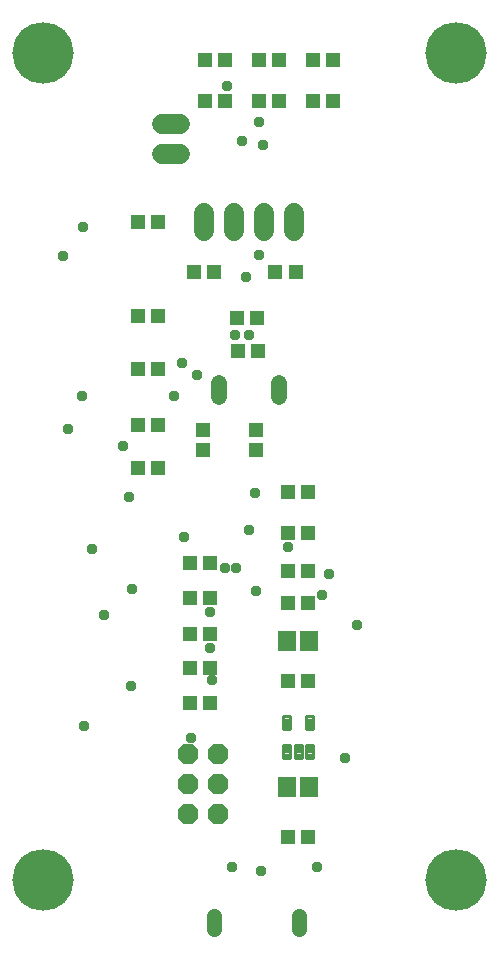
<source format=gbr>
G04 EAGLE Gerber RS-274X export*
G75*
%MOMM*%
%FSLAX34Y34*%
%LPD*%
%INSoldermask Bottom*%
%IPPOS*%
%AMOC8*
5,1,8,0,0,1.08239X$1,22.5*%
G01*
%ADD10C,5.203200*%
%ADD11R,1.303200X1.203200*%
%ADD12R,1.203200X1.303200*%
%ADD13R,1.503200X1.703200*%
%ADD14C,1.253200*%
%ADD15C,1.727200*%
%ADD16P,1.869504X8X292.500000*%
%ADD17C,0.279422*%
%ADD18C,1.320800*%
%ADD19C,0.959600*%


D10*
X50000Y750000D03*
X400000Y750000D03*
X400000Y50000D03*
X50000Y50000D03*
D11*
X130566Y606965D03*
X147566Y606965D03*
X147530Y528032D03*
X130530Y528032D03*
X147530Y483089D03*
X130530Y483089D03*
X215232Y498202D03*
X232232Y498202D03*
D12*
X185621Y414324D03*
X185621Y431324D03*
X230847Y414324D03*
X230847Y431324D03*
D11*
X257770Y218968D03*
X274770Y218968D03*
X187699Y744315D03*
X204699Y744315D03*
X233333Y744315D03*
X250333Y744315D03*
X295967Y744315D03*
X278967Y744315D03*
X175136Y258505D03*
X192136Y258505D03*
X147530Y435761D03*
X130530Y435761D03*
X192136Y318805D03*
X175136Y318805D03*
D13*
X256770Y128866D03*
X275770Y128866D03*
X256770Y252699D03*
X275770Y252699D03*
D11*
X257770Y86585D03*
X274770Y86585D03*
X192136Y229977D03*
X175136Y229977D03*
X214930Y526360D03*
X231930Y526360D03*
D14*
X195231Y19369D02*
X195231Y8869D01*
X266731Y8869D02*
X266731Y19369D01*
D15*
X166730Y665208D02*
X151490Y665208D01*
X151490Y690608D02*
X166730Y690608D01*
D16*
X173433Y157250D03*
X198833Y157250D03*
X173433Y131850D03*
X198833Y131850D03*
X173433Y106450D03*
X198833Y106450D03*
D15*
X186763Y599489D02*
X186763Y614729D01*
X212163Y614729D02*
X212163Y599489D01*
X237563Y599489D02*
X237563Y614729D01*
X262963Y614729D02*
X262963Y599489D01*
D12*
X247164Y565225D03*
X264164Y565225D03*
X274770Y312167D03*
X257770Y312167D03*
X257770Y344140D03*
X274770Y344140D03*
X250333Y709626D03*
X233333Y709626D03*
X278967Y709626D03*
X295967Y709626D03*
X192136Y288805D03*
X175136Y288805D03*
X257770Y378378D03*
X274770Y378378D03*
X175136Y200379D03*
X192136Y200379D03*
X194966Y565225D03*
X177966Y565225D03*
X147530Y398726D03*
X130530Y398726D03*
X204699Y709626D03*
X187699Y709626D03*
X274770Y284939D03*
X257770Y284939D03*
D17*
X272701Y164582D02*
X278639Y164582D01*
X278639Y153644D01*
X272701Y153644D01*
X272701Y164582D01*
X272701Y156298D02*
X278639Y156298D01*
X278639Y158952D02*
X272701Y158952D01*
X272701Y161606D02*
X278639Y161606D01*
X278639Y164260D02*
X272701Y164260D01*
X269239Y164582D02*
X263301Y164582D01*
X269239Y164582D02*
X269239Y153644D01*
X263301Y153644D01*
X263301Y164582D01*
X263301Y156298D02*
X269239Y156298D01*
X269239Y158952D02*
X263301Y158952D01*
X263301Y161606D02*
X269239Y161606D01*
X269239Y164260D02*
X263301Y164260D01*
X259839Y164582D02*
X253901Y164582D01*
X259839Y164582D02*
X259839Y153644D01*
X253901Y153644D01*
X253901Y164582D01*
X253901Y156298D02*
X259839Y156298D01*
X259839Y158952D02*
X253901Y158952D01*
X253901Y161606D02*
X259839Y161606D01*
X259839Y164260D02*
X253901Y164260D01*
X253901Y188982D02*
X259839Y188982D01*
X259839Y178044D01*
X253901Y178044D01*
X253901Y188982D01*
X253901Y180698D02*
X259839Y180698D01*
X259839Y183352D02*
X253901Y183352D01*
X253901Y186006D02*
X259839Y186006D01*
X259839Y188660D02*
X253901Y188660D01*
X272701Y188982D02*
X278639Y188982D01*
X278639Y178044D01*
X272701Y178044D01*
X272701Y188982D01*
X272701Y180698D02*
X278639Y180698D01*
X278639Y183352D02*
X272701Y183352D01*
X272701Y186006D02*
X278639Y186006D01*
X278639Y188660D02*
X272701Y188660D01*
D18*
X199463Y459436D02*
X199463Y470612D01*
X250263Y470612D02*
X250263Y459436D01*
D19*
X234696Y57912D03*
X292608Y309372D03*
X286512Y291084D03*
X257556Y332232D03*
X316051Y265907D03*
X305916Y153649D03*
X210170Y61528D03*
X236220Y672084D03*
X225031Y511984D03*
X161511Y460312D03*
X212862Y511462D03*
X180939Y477734D03*
X167640Y487680D03*
X233172Y579120D03*
X221817Y560480D03*
X175260Y170688D03*
X193548Y219456D03*
X230124Y377952D03*
X213360Y313944D03*
X192024Y277368D03*
X192024Y246888D03*
X205740Y722376D03*
X233613Y691758D03*
X102237Y274637D03*
X71442Y431618D03*
X67285Y578518D03*
X218692Y676126D03*
X125136Y214447D03*
X85287Y180748D03*
X83665Y460071D03*
X91572Y330497D03*
X83953Y603434D03*
X204216Y313944D03*
X225064Y346076D03*
X230658Y294985D03*
X125563Y296542D03*
X118210Y417768D03*
X123167Y374369D03*
X169292Y340426D03*
X281931Y61569D03*
M02*

</source>
